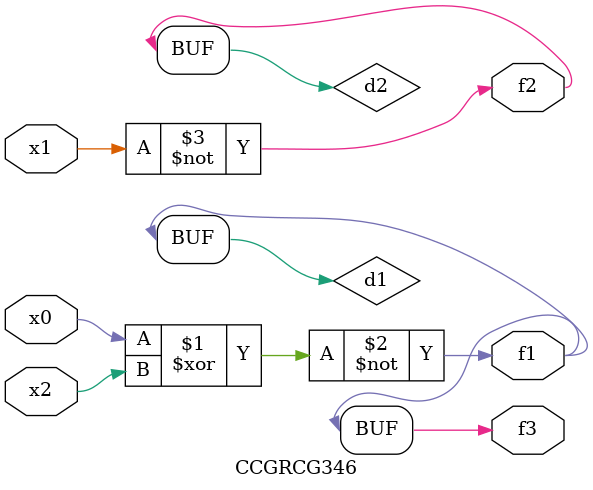
<source format=v>
module CCGRCG346(
	input x0, x1, x2,
	output f1, f2, f3
);

	wire d1, d2, d3;

	xnor (d1, x0, x2);
	nand (d2, x1);
	nor (d3, x1, x2);
	assign f1 = d1;
	assign f2 = d2;
	assign f3 = d1;
endmodule

</source>
